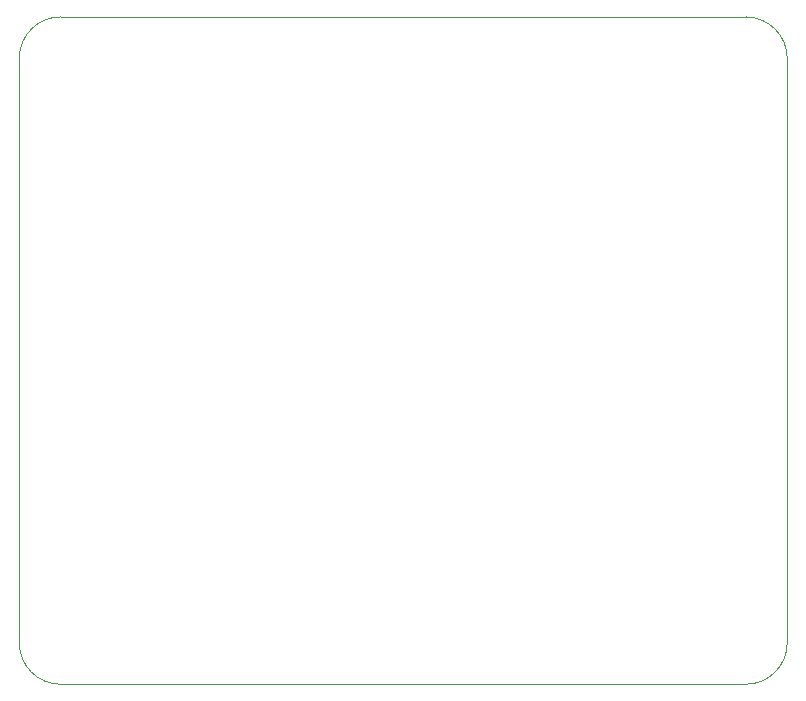
<source format=gbr>
%TF.GenerationSoftware,KiCad,Pcbnew,8.0.7*%
%TF.CreationDate,2025-01-22T00:45:47-05:00*%
%TF.ProjectId,AntHat,416e7448-6174-42e6-9b69-6361645f7063,rev?*%
%TF.SameCoordinates,Original*%
%TF.FileFunction,Profile,NP*%
%FSLAX46Y46*%
G04 Gerber Fmt 4.6, Leading zero omitted, Abs format (unit mm)*
G04 Created by KiCad (PCBNEW 8.0.7) date 2025-01-22 00:45:47*
%MOMM*%
%LPD*%
G01*
G04 APERTURE LIST*
%TA.AperFunction,Profile*%
%ADD10C,0.010000*%
%TD*%
G04 APERTURE END LIST*
D10*
X107140000Y-122300000D02*
X107140000Y-72800000D01*
X168660000Y-69300000D02*
G75*
G02*
X172160000Y-72800000I0J-3500000D01*
G01*
X107140000Y-72800000D02*
G75*
G02*
X110640000Y-69300000I3500000J0D01*
G01*
X172160000Y-72800000D02*
X172160000Y-122300000D01*
X110640000Y-125800000D02*
G75*
G02*
X107140000Y-122300000I0J3500000D01*
G01*
X168660000Y-125800000D02*
X110640000Y-125800000D01*
X110640000Y-69300000D02*
X168660000Y-69300000D01*
X172160000Y-122300000D02*
G75*
G02*
X168660000Y-125800000I-3500000J0D01*
G01*
M02*

</source>
